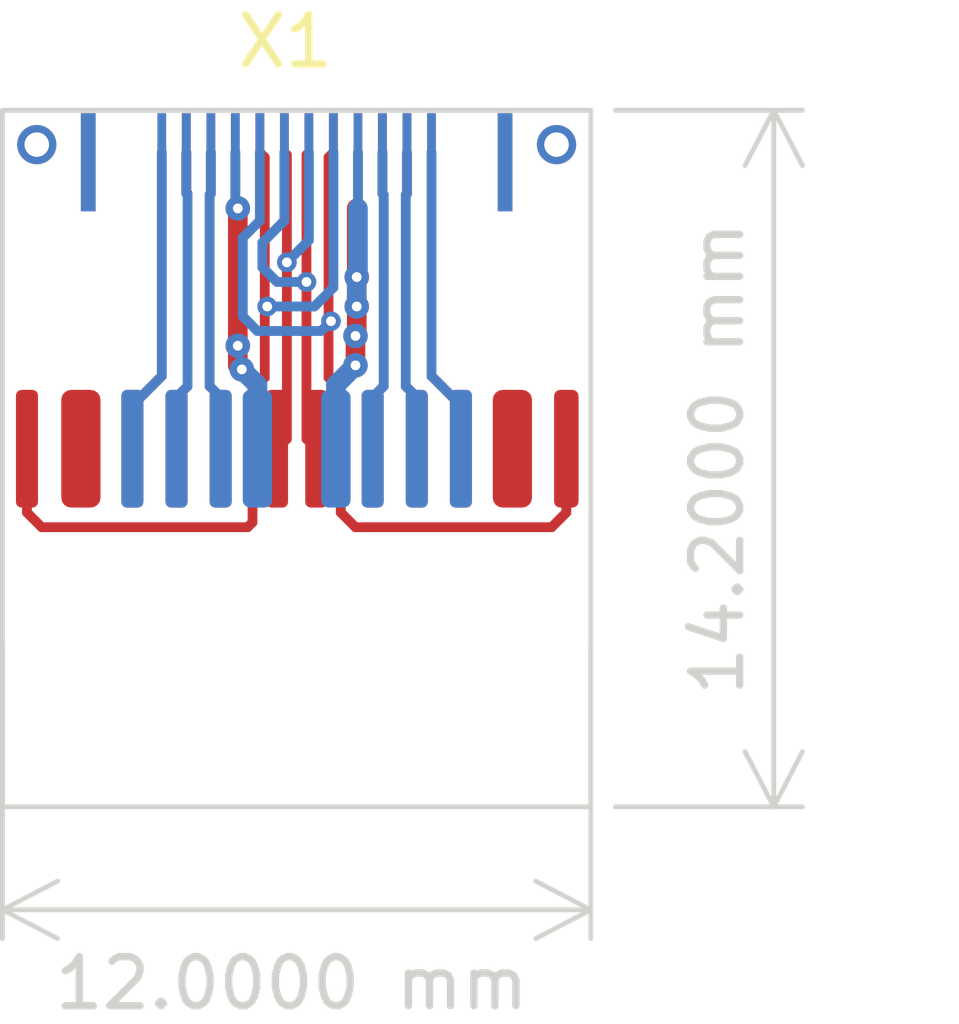
<source format=kicad_pcb>
(kicad_pcb (version 20211014) (generator pcbnew)
  (layers (0 "F.Cu" signal) (1 "In1.Cu" signal) (2 "In2.Cu" signal) (31 "B.Cu" signal) (34 "B.Paste" user) (35 "F.Paste" user) (36 "B.SilkS" user "B.Silkscreen") (37 "F.SilkS" user "F.Silkscreen") (38 "B.Mask" user) (39 "F.Mask" user) (44 "Edge.Cuts" user))
  (net 0 "")
  (net 1 "GND1")
  (net 2 "GND2")
  (net 3 "Earth")
  (net 4 "VBUS1")
  (net 5 "VBUS2")
  (net 6 "D-")
  (net 7 "D+")
  (net 8 "RX")
  (net 9 "RX1-")
  (net 10 "RX1+")
  (net 11 "TX1-")
  (net 12 "TX1+")
  (net 13 "RX2-")
  (net 14 "RX2+")
  (net 15 "TX2-")
  (net 16 "TX2+")
  (net 17 "TX")
  (footprint "Shield1:smdPin" (layer "F.Cu") (at 100.64625 26.87)
    (fp_text reference "J6" hide)
    (fp_text value "Conn_01x01_Male" hide)
    (pad "1" smd roundrect (at -0.24625 0.03 180) (size 0.45 2.4) (layers "F.Cu" "F.Paste" "F.Mask") (net 7 "D+"))
  )
  (footprint "" (layer "F.Cu") (at 95.6 26.9)
    (fp_text reference "" (at 0 0) (layer "F.SilkS") (effects (font (size 1.27 1.27))))
    (fp_text value "" (at 0 0) (layer "F.SilkS") (effects (font (size 1.27 1.27))))
    (pad "1" smd roundrect (at 0 0 180) (size 0.8 2.4) (layers "F.Cu" "F.Paste" "F.Mask") (net 1 "GND1"))
  )
  (footprint "Shield1:throughPin" (layer "F.Cu") (at 105.3 20.7)
    (fp_text reference "J17" hide)
    (fp_text value "Conn_01x01_Male" hide)
    (pad "1" thru_hole circle (at 0 0) (size 0.8 0.8) (drill 0.5) (layers *.Cu *.Mask) (net 3 "Earth"))
  )
  (footprint "" (layer "F.Cu") (at 100 31.3)
    (fp_text reference "" (at 0 0) (layer "F.SilkS") (effects (font (size 1.27 1.27))))
    (fp_text value "" (at 0 0) (layer "F.SilkS") (effects (font (size 1.27 1.27))))
    (pad "" np_thru_hole circle (at 0 0) (size 2 2) (drill 2) (layers *.Cu *.Mask))
  )
  (footprint "Shield1:smdPin" (layer "F.Cu") (at 99.5 26.87)
    (fp_text reference "J5" hide)
    (fp_text value "Conn_01x01_Male" hide)
    (pad "1" connect roundrect (at 0.1 0.03 180) (size 0.45 2.4) (layers "F.Cu" "F.Mask") (net 6 "D-"))
  )
  (footprint "Shield1:FPC_12" (layer "F.Cu") (at 100 20.86)
    (fp_text reference "X1" (at -0.23 -2.26) (layer "F.SilkS"))
    (fp_text value "USB_C_24pins" hide)
    (pad "0" smd rect (at -4.25 0.2) (size 0.3 2) (layers "B.Cu" "B.Paste" "B.Mask"))
    (pad "0" smd rect (at 4.25 0.2) (size 0.3 2) (layers "B.Cu" "B.Paste" "B.Mask") (net 3 "Earth"))
    (pad "0" smd rect (at 4.25 0.2) (size 0.3 2) (layers "F.Cu" "F.Paste" "F.Mask"))
    (pad "A1" smd rect (at -2.75 0) (size 0.18 1.6) (layers "B.Cu" "B.Paste" "B.Mask") (net 1 "GND1"))
    (pad "A2" smd rect (at -2.25 0) (size 0.18 1.6) (layers "B.Cu" "B.Paste" "B.Mask") (net 12 "TX1+"))
    (pad "A3" smd rect (at -1.75 0) (size 0.18 1.6) (layers "B.Cu" "B.Paste" "B.Mask") (net 11 "TX1-"))
    (pad "A4" smd rect (at -1.25 0) (size 0.18 1.6) (layers "B.Cu" "B.Paste" "B.Mask") (net 4 "VBUS1"))
    (pad "A5" smd rect (at -0.75 0) (size 0.18 1.6) (layers "B.Cu" "B.Paste" "B.Mask") (net 8 "RX"))
    (pad "A6" smd rect (at -0.25 0) (size 0.18 1.6) (layers "B.Cu" "B.Paste" "B.Mask") (net 7 "D+"))
    (pad "A7" smd rect (at 0.25 0) (size 0.18 1.6) (layers "B.Cu" "B.Paste" "B.Mask") (net 6 "D-"))
    (pad "A8" smd rect (at 0.75 0) (size 0.18 1.6) (layers "B.Cu" "B.Paste" "B.Mask") (net 17 "TX"))
    (pad "A9" smd rect (at 1.25 0) (size 0.18 1.6) (layers "B.Cu" "B.Paste" "B.Mask") (net 5 "VBUS2"))
    (pad "A10" smd rect (at 1.75 0) (size 0.18 1.6) (layers "B.Cu" "B.Paste" "B.Mask") (net 13 "RX2-"))
    (pad "A11" smd rect (at 2.25 0) (size 0.18 1.6) (layers "B.Cu" "B.Paste" "B.Mask") (net 14 "RX2+"))
    (pad "A12" smd rect (at 2.75 0) (size 0.18 1.6) (layers "B.Cu" "B.Paste" "B.Mask") (net 2 "GND2"))
    (pad "B1" smd rect (at 2.75 0) (size 0.18 1.6) (layers "F.Cu" "F.Paste" "F.Mask") (net 2 "GND2"))
    (pad "B2" smd rect (at 2.25 0) (size 0.18 1.6) (layers "F.Cu" "F.Paste" "F.Mask") (net 16 "TX2+"))
    (pad "B3" smd rect (at 1.75 0) (size 0.18 1.6) (layers "F.Cu" "F.Paste" "F.Mask") (net 15 "TX2-"))
    (pad "B4" smd rect (at 1.25 0) (size 0.18 1.6) (layers "F.Cu" "F.Paste" "F.Mask") (net 5 "VBUS2"))
    (pad "B5" smd rect (at 0.75 0) (size 0.18 1.6) (layers "F.Cu" "F.Paste" "F.Mask") (net 8 "RX"))
    (pad "B6" smd rect (at 0.25 0) (size 0.18 1.6) (layers "F.Cu" "F.Paste" "F.Mask") (net 7 "D+"))
    (pad "B7" smd rect (at -0.25 0) (size 0.18 1.6) (layers "F.Cu" "F.Paste" "F.Mask") (net 6 "D-"))
    (pad "B8" smd rect (at -0.75 0) (size 0.18 1.6) (layers "F.Cu" "F.Paste" "F.Mask") (net 17 "TX"))
    (pad "B9" smd rect (at -1.25 0) (size 0.18 1.6) (layers "F.Cu" "F.Paste" "F.Mask") (net 4 "VBUS1"))
    (pad "B10" smd rect (at -1.75 0) (size 0.18 1.6) (layers "F.Cu" "F.Paste" "F.Mask") (net 9 "RX1-"))
    (pad "B11" smd rect (at -2.25 0) (size 0.18 1.6) (layers "F.Cu" "F.Paste" "F.Mask") (net 10 "RX1+"))
    (pad "B12" smd rect (at -2.75 0) (size 0.18 1.6) (layers "F.Cu" "F.Paste" "F.Mask") (net 1 "GND1"))
    (pad "S1" smd rect (at -4.25 0.2) (size 0.3 2) (layers "F.Cu" "F.Paste" "F.Mask") (net 3 "Earth"))
  )
  (footprint "Shield1:smdPin" (layer "F.Cu") (at 95.15 26.9)
    (fp_text reference "J26" hide)
    (fp_text value "Conn_01x01_Male" hide)
    (pad "1" smd roundrect (at 1.5 0 180) (size 0.45 2.4) (layers "F.Cu" "F.Paste" "F.Mask") (net 1 "GND1"))
  )
  (footprint "Shield1:throughPin" (layer "F.Cu") (at 94.5 26.9)
    (fp_text reference "J15" hide)
    (fp_text value "Conn_01x01_Male" hide)
    (pad "1" smd roundrect (at 0 0) (size 0.45 2.4) (layers "F.Cu" "F.Paste" "F.Mask") (net 17 "TX"))
  )
  (footprint "Shield1:smdPin" (layer "F.Cu") (at 102.51 26.89)
    (fp_text reference "J13" hide)
    (fp_text value "Conn_01x01_Male" hide)
    (pad "1" smd roundrect (at -0.96 0.01 180) (size 0.45 2.4) (layers "F.Cu" "F.Paste" "F.Mask") (net 15 "TX2-"))
  )
  (footprint "" (layer "F.Cu") (at 95.4 23.8)
    (fp_text reference "" (at 0 0) (layer "F.SilkS") (effects (font (size 1.27 1.27))))
    (fp_text value "" (at 0 0) (layer "F.SilkS") (effects (font (size 1.27 1.27))))
    (pad "" np_thru_hole circle (at 0 0) (size 2 2) (drill 2) (layers *.Cu *.Mask))
  )
  (footprint "Shield1:smdPin" (layer "F.Cu") (at 96.12 26.66)
    (fp_text reference "J8" hide)
    (fp_text value "Conn_01x01_Male" hide)
    (pad "1" smd roundrect (at 1.43 0.24 180) (size 0.45 2.4) (layers "F.Cu" "F.Paste" "F.Mask") (net 10 "RX1+"))
  )
  (footprint "" (layer "F.Cu") (at 104.6 23.9)
    (fp_text reference "" (at 0 0) (layer "F.SilkS") (effects (font (size 1.27 1.27))))
    (fp_text value "" (at 0 0) (layer "F.SilkS") (effects (font (size 1.27 1.27))))
    (pad "" np_thru_hole circle (at 0 -0.1) (size 2 2) (drill 2) (layers F&B.Cu *.Mask))
  )
  (footprint "Shield1:smdPin" (layer "F.Cu") (at 103.01 26.91)
    (fp_text reference "J14" hide)
    (fp_text value "Conn_01x01_Male" hide)
    (pad "1" smd roundrect (at -0.56 -0.01 180) (size 0.45 2.4) (layers "F.Cu" "F.Paste" "F.Mask") (net 16 "TX2+"))
  )
  (footprint "Shield1:smdPin" (layer "F.Cu") (at 103.7 26.89)
    (fp_text reference "J28" hide)
    (fp_text value "Conn_01x01_Male" hide)
    (pad "1" smd roundrect (at -0.35 0.01 180) (size 0.45 2.4) (layers "F.Cu" "F.Paste" "F.Mask") (net 2 "GND2"))
  )
  (footprint "" (layer "F.Cu") (at 104.4 26.9)
    (fp_text reference "" (at 0 0) (layer "F.SilkS") (effects (font (size 1.27 1.27))))
    (fp_text value "" (at 0 0) (layer "F.SilkS") (effects (font (size 1.27 1.27))))
    (pad "1" smd roundrect (at 0 0 180) (size 0.8 2.4) (layers "F.Cu" "F.Paste" "F.Mask") (net 2 "GND2"))
  )
  (footprint "Shield1:throughPin" (layer "F.Cu") (at 105.5 26.9)
    (fp_text reference "J3" hide)
    (fp_text value "Conn_01x01_Male" hide)
    (pad "1" smd roundrect (at 0 0) (size 0.5 2.4) (layers "F.Cu" "F.Paste" "F.Mask") (net 8 "RX"))
  )
  (footprint "Shield1:throughPin" (layer "F.Cu") (at 94.7 20.7)
    (fp_text reference "J25" hide)
    (fp_text value "Conn_01x01_Male" hide)
    (pad "1" thru_hole circle (at 0 0) (size 0.8 0.8) (drill 0.5) (layers *.Cu *.Mask) (net 3 "Earth"))
  )
  (footprint "Shield1:smdPin" (layer "F.Cu") (at 98.63 26.67)
    (fp_text reference "J7" hide)
    (fp_text value "Conn_01x01_Male" hide)
    (pad "1" smd roundrect (at -0.18 0.23 180) (size 0.45 2.4) (layers "F.Cu" "F.Paste" "F.Mask") (net 9 "RX1-"))
  )
  (footprint "Shield1:smdPin" (layer "B.Cu") (at 101.725 26.87 180)
    (fp_text reference "J2" hide)
    (fp_text value "Conn_01x01_Male" hide)
    (pad "1" smd roundrect (at 0.925 -0.03) (size 0.6 2.4) (layers "B.Cu" "B.Paste" "B.Mask") (net 5 "VBUS2"))
  )
  (footprint "Shield1:smdPin" (layer "B.Cu") (at 97.11 26.67 180)
    (fp_text reference "J9" hide)
    (fp_text value "Conn_01x01_Male" hide)
    (pad "1" smd roundrect (at -1.34 -0.23) (size 0.45 2.4) (layers "B.Cu" "B.Paste" "B.Mask") (net 11 "TX1-"))
  )
  (footprint "Shield1:smdPin" (layer "B.Cu") (at 96.8 26.9 180)
    (fp_text reference "J27" hide)
    (fp_text value "Conn_01x01_Male" hide)
    (pad "1" smd roundrect (at 0.15 0) (size 0.45 2.4) (layers "B.Cu" "B.Paste" "B.Mask") (net 1 "GND1"))
  )
  (footprint "Shield1:smdPin" (layer "B.Cu") (at 98.28 26.83 180)
    (fp_text reference "J1" hide)
    (fp_text value "Conn_01x01_Male" hide)
    (pad "1" smd roundrect (at -0.92 -0.07) (size 0.6 2.4) (layers "B.Cu" "B.Paste" "B.Mask") (net 4 "VBUS1"))
  )
  (footprint "Shield1:smdPin" (layer "B.Cu") (at 97.7 26.67 180)
    (fp_text reference "J10" hide)
    (fp_text value "Conn_01x01_Male" hide)
    (pad "1" smd roundrect (at 0.15 -0.23) (size 0.45 2.4) (layers "B.Cu" "B.Paste" "B.Mask") (net 12 "TX1+"))
  )
  (footprint "Shield1:smdPin" (layer "B.Cu") (at 102.51 26.9 180)
    (fp_text reference "J11" hide)
    (fp_text value "Conn_01x01_Male" hide)
    (pad "1" smd roundrect (at 0.96 0) (size 0.45 2.4) (layers "B.Cu" "B.Paste" "B.Mask") (net 13 "RX2-"))
  )
  (footprint "Shield1:smdPin" (layer "B.Cu") (at 103.69 26.9 180)
    (fp_text reference "J29" hide)
    (fp_text value "Conn_01x01_Male" hide)
    (pad "1" smd roundrect (at 0.34 0) (size 0.45 2.4) (layers "B.Cu" "B.Paste" "B.Mask") (net 2 "GND2"))
  )
  (footprint "Shield1:smdPin" (layer "B.Cu") (at 102.2475 26.9 180)
    (fp_text reference "J12" hide)
    (fp_text value "Conn_01x01_Male" hide)
    (pad "1" smd roundrect (at -0.2025 0) (size 0.45 2.4) (layers "B.Cu" "B.Paste" "B.Mask") (net 14 "RX2+"))
  )
  (gr_poly (pts (xy 106 28.2) (xy 106 34.2) (xy 94 34.2) (xy 94 28.2) (xy 94 20) (xy 106 20)) (layer "Edge.Cuts") (width 0.1) (fill none))
  (dimension (type aligned) (layer "Edge.Cuts") (pts (xy 106 20) (xy 106 34.2)) (height -3.73) (gr_text "14,2000 мм" (at 108.58 27.1 90) (layer "Edge.Cuts") (effects (font (size 1 1) (thickness 0.15)))) (format (units 3) (units_format 1) (precision 4)) (style (thickness 0.1) (arrow_length 1.27) (text_position_mode 0) (extension_height 0.58642) (extension_offset 0.5) keep_text_aligned))
  (dimension (type aligned) (layer "Edge.Cuts") (pts (xy 94 30.35) (xy 106 30.35)) (height 5.95) (gr_text "12,0000 мм" (at 99.9 37.8) (layer "Edge.Cuts") (effects (font (size 1 1) (thickness 0.15)))) (format (units 3) (units_format 1) (precision 4)) (style (thickness 0.1) (arrow_length 1.27) (text_position_mode 2) (extension_height 0.58642) (extension_offset 0.5) keep_text_aligned))
  (segment (start 97.25 20.86) (end 97.25 25.417316) (width 0.2) (layer "F.Cu") (net 1))
  (segment (start 97.25 25.417316) (end 96.65 26.017316) (width 0.2) (layer "F.Cu") (net 1))
  (segment (start 96.65 26.017316) (end 96.65 26.9) (width 0.2) (layer "F.Cu") (net 1))
  (segment (start 96.65 26.017316) (end 96.65 26.9) (width 0.2) (layer "B.Cu") (net 1))
  (segment (start 97.25 25.417316) (end 96.65 26.017316) (width 0.2) (layer "B.Cu") (net 1))
  (segment (start 97.25 20.86) (end 97.25 25.417316) (width 0.2) (layer "B.Cu") (net 1))
  (segment (start 102.75 25.417316) (end 103.35 26.017316) (width 0.2) (layer "F.Cu") (net 2))
  (segment (start 103.35 26.017316) (end 103.35 26.9) (width 0.2) (layer "F.Cu") (net 2))
  (segment (start 102.75 20.86) (end 102.75 25.417316) (width 0.2) (layer "F.Cu") (net 2))
  (segment (start 102.75 25.417316) (end 103.35 26.017316) (width 0.2) (layer "B.Cu") (net 2))
  (segment (start 102.75 20.86) (end 102.75 25.417316) (width 0.2) (layer "B.Cu") (net 2))
  (segment (start 103.35 26.017316) (end 103.35 26.9) (width 0.2) (layer "B.Cu") (net 2))
  (segment (start 98.8 24.8) (end 98.8 25.2) (width 0.4) (layer "F.Cu") (net 4))
  (segment (start 98.75 20.86) (end 98.75 22) (width 0.2) (layer "F.Cu") (net 4))
  (segment (start 98.8 25.2) (end 98.882155 25.282155) (width 0.4) (layer "F.Cu") (net 4))
  (segment (start 98.8 24.8) (end 98.8 22) (width 0.4) (layer "F.Cu") (net 4))
  (via (at 98.8 22) (size 0.5) (drill 0.2) (layers "F.Cu" "B.Cu") (net 4))
  (via (at 98.8 24.8) (size 0.5) (drill 0.2) (layers "F.Cu" "B.Cu") (net 4))
  (via (at 98.882155 25.282155) (size 0.5) (drill 0.2) (layers "F.Cu" "B.Cu") (net 4))
  (segment (start 98.8 22) (end 98.75 22) (width 0.4) (layer "B.Cu") (net 4))
  (segment (start 98.75 20.86) (end 98.75 22) (width 0.2) (layer "B.Cu") (net 4))
  (segment (start 99.2 25.7) (end 99.2 26.9) (width 0.2) (layer "B.Cu") (net 4))
  (segment (start 98.882155 25.282155) (end 99.2 25.6) (width 0.4) (layer "B.Cu") (net 4))
  (segment (start 99.2 25.6) (end 99.2 25.7) (width 0.4) (layer "B.Cu") (net 4))
  (segment (start 101.2 24.6) (end 101.2 25.2) (width 0.4) (layer "F.Cu") (net 5))
  (segment (start 101.225499 24.574501) (end 101.2 24.6) (width 0.4) (layer "F.Cu") (net 5))
  (segment (start 101.25 21.975499) (end 101.225499 22) (width 0.2) (layer "F.Cu") (net 5))
  (segment (start 101.225499 24) (end 101.225499 24.574501) (width 0.4) (layer "F.Cu") (net 5))
  (segment (start 101.225499 23.4) (end 101.225499 22) (width 0.4) (layer "F.Cu") (net 5))
  (segment (start 101.25 20.86) (end 101.25 21.975499) (width 0.2) (layer "F.Cu") (net 5))
  (segment (start 101.225499 24) (end 101.225499 23.4) (width 0.4) (layer "F.Cu") (net 5))
  (via (at 101.2 25.2) (size 0.5) (drill 0.2) (layers "F.Cu" "B.Cu") (net 5))
  (via (at 101.2 24.6) (size 0.5) (drill 0.2) (layers "F.Cu" "B.Cu") (net 5))
  (via (at 101.225499 24) (size 0.5) (drill 0.2) (layers "F.Cu" "B.Cu") (net 5))
  (via (at 101.225499 23.4) (size 0.5) (drill 0.2) (layers "F.Cu" "B.Cu") (net 5))
  (segment (start 101.2 25.2) (end 100.8 25.6) (width 0.4) (layer "B.Cu") (net 5))
  (segment (start 101.225499 23.425499) (end 101.25 23.45) (width 0.2) (layer "B.Cu") (net 5))
  (segment (start 101.225499 24) (end 101.225499 23.4) (width 0.4) (layer "B.Cu") (net 5))
  (segment (start 101.25 23.45) (end 101.25 22) (width 0.4) (layer "B.Cu") (net 5))
  (segment (start 100.8 25.6) (end 100.8 25.7) (width 0.4) (layer "B.Cu") (net 5))
  (segment (start 100.8 25.7) (end 100.8 26.9) (width 0.2) (layer "B.Cu") (net 5))
  (segment (start 101.25 20.86) (end 101.25 22) (width 0.2) (layer "B.Cu") (net 5))
  (segment (start 101.225499 23.4) (end 101.225499 23.425499) (width 0.2) (layer "B.Cu") (net 5))
  (segment (start 99.80048 26.69952) (end 99.6 26.9) (width 0.2) (layer "F.Cu") (net 6))
  (segment (start 99.75 20.86) (end 99.80048 20.91048) (width 0.2) (layer "F.Cu") (net 6))
  (segment (start 99.80048 20.91048) (end 99.80048 26.69952) (width 0.2) (layer "F.Cu") (net 6))
  (via (at 99.8 23.1) (size 0.4) (drill 0.2) (layers "F.Cu" "B.Cu") (net 6))
  (segment (start 99.8 23.1) (end 100.25 22.65) (width 0.2) (layer "B.Cu") (net 6))
  (segment (start 100.25 22.65) (end 100.25 20.86) (width 0.2) (layer "B.Cu") (net 6))
  (segment (start 100.2 20.91) (end 100.2 26.7) (width 0.2) (layer "F.Cu") (net 7))
  (segment (start 100.2 26.7) (end 100.4 26.9) (width 0.2) (layer "F.Cu") (net 7))
  (segment (start 100.25 20.86) (end 100.2 20.91) (width 0.2) (layer "F.Cu") (net 7))
  (via (at 100.2 23.5) (size 0.4) (drill 0.2) (layers "F.Cu" "B.Cu") (net 7))
  (segment (start 99.75 22.25) (end 99.75 20.86) (width 0.2) (layer "B.Cu") (net 7))
  (segment (start 99.3 22.7) (end 99.75 22.25) (width 0.2) (layer "B.Cu") (net 7))
  (segment (start 99.3 23.2) (end 99.3 22.7) (width 0.2) (layer "B.Cu") (net 7))
  (segment (start 99.6 23.5) (end 99.3 23.2) (width 0.2) (layer "B.Cu") (net 7))
  (segment (start 100.2 23.5) (end 99.6 23.5) (width 0.2) (layer "B.Cu") (net 7))
  (segment (start 100.650489 25.450489) (end 100.9 25.7) (width 0.2) (layer "F.Cu") (net 8))
  (segment (start 100.75 20.86) (end 100.650489 20.959511) (width 0.2) (layer "F.Cu") (net 8))
  (segment (start 100.9 25.7) (end 100.9 28.2) (width 0.2) (layer "F.Cu") (net 8))
  (segment (start 105.5 28.2) (end 105.5 26.9) (width 0.2) (layer "F.Cu") (net 8))
  (segment (start 101.2 28.5) (end 105.2 28.5) (width 0.2) (layer "F.Cu") (net 8))
  (segment (start 100.650489 20.959511) (end 100.650489 25.450489) (width 0.2) (layer "F.Cu") (net 8))
  (segment (start 105.2 28.5) (end 105.5 28.2) (width 0.2) (layer "F.Cu") (net 8))
  (segment (start 100.9 28.2) (end 101.2 28.5) (width 0.2) (layer "F.Cu") (net 8))
  (via (at 100.7 24.3) (size 0.4) (drill 0.2) (layers "F.Cu" "B.Cu") (net 8))
  (segment (start 99.2 24.5) (end 100.5 24.5) (width 0.2) (layer "B.Cu") (net 8))
  (segment (start 99.25 22.25) (end 98.9 22.6) (width 0.2) (layer "B.Cu") (net 8))
  (segment (start 99.25 20.86) (end 99.25 22.25) (width 0.2) (layer "B.Cu") (net 8))
  (segment (start 100.5 24.5) (end 100.7 24.3) (width 0.2) (layer "B.Cu") (net 8))
  (segment (start 98.9 22.6) (end 98.9 24.2) (width 0.2) (layer "B.Cu") (net 8))
  (segment (start 98.9 24.2) (end 99.2 24.5) (width 0.2) (layer "B.Cu") (net 8))
  (segment (start 98.25 20.86) (end 98.25 21.7) (width 0.2) (layer "F.Cu") (net 9))
  (segment (start 98.45 25.85) (end 98.45 26.9) (width 0.2) (layer "F.Cu") (net 9))
  (segment (start 98.25 21.7) (end 98.225 21.725) (width 0.2) (layer "F.Cu") (net 9))
  (segment (start 98.225 21.725) (end 98.225 25.625) (width 0.2) (layer "F.Cu") (net 9))
  (segment (start 98.225 25.625) (end 98.45 25.85) (width 0.2) (layer "F.Cu") (net 9))
  (segment (start 97.75 21.675) (end 97.775 21.7) (width 0.2) (layer "F.Cu") (net 10))
  (segment (start 97.775 25.625) (end 97.55 25.85) (width 0.2) (layer "F.Cu") (net 10))
  (segment (start 97.775 21.7) (end 97.775 25.625) (width 0.2) (layer "F.Cu") (net 10))
  (segment (start 97.55 25.85) (end 97.55 26.9) (width 0.2) (layer "F.Cu") (net 10))
  (segment (start 97.75 20.86) (end 97.75 21.675) (width 0.2) (layer "F.Cu") (net 10))
  (segment (start 98.25 20.86) (end 98.25 21.7) (width 0.2) (layer "B.Cu") (net 11))
  (segment (start 98.225 21.725) (end 98.225 25.625) (width 0.2) (layer "B.Cu") (net 11))
  (segment (start 98.25 21.7) (end 98.225 21.725) (width 0.2) (layer "B.Cu") (net 11))
  (segment (start 98.225 25.625) (end 98.45 25.85) (width 0.2) (layer "B.Cu") (net 11))
  (segment (start 98.45 25.85) (end 98.45 26.9) (width 0.2) (layer "B.Cu") (net 11))
  (segment (start 97.775 25.625) (end 97.55 25.85) (width 0.2) (layer "B.Cu") (net 12))
  (segment (start 97.75 21.7) (end 97.775 21.725) (width 0.2) (layer "B.Cu") (net 12))
  (segment (start 97.775 21.725) (end 97.775 25.625) (width 0.2) (layer "B.Cu") (net 12))
  (segment (start 97.55 25.85) (end 97.55 26.9) (width 0.2) (layer "B.Cu") (net 12))
  (segment (start 97.75 20.86) (end 97.75 21.7) (width 0.2) (layer "B.Cu") (net 12))
  (segment (start 101.774999 25.625001) (end 101.55 25.85) (width 0.2) (layer "B.Cu") (net 13))
  (segment (start 101.75 21.7) (end 101.774999 21.724999) (width 0.2) (layer "B.Cu") (net 13))
  (segment (start 101.774999 21.724999) (end 101.774999 25.625001) (width 0.2) (layer "B.Cu") (net 13))
  (segment (start 101.75 20.86) (end 101.75 21.7) (width 0.2) (layer "B.Cu") (net 13))
  (segment (start 101.55 25.85) (end 101.55 26.9) (width 0.2) (layer "B.Cu") (net 13))
  (segment (start 102.45 25.85) (end 102.45 26.9) (width 0.2) (layer "B.Cu") (net 14))
  (segment (start 102.225001 21.724999) (end 102.225001 25.625001) (width 0.2) (layer "B.Cu") (net 14))
  (segment (start 102.25 21.7) (end 102.225001 21.724999) (width 0.2) (layer "B.Cu") (net 14))
  (segment (start 102.225001 25.625001) (end 102.45 25.85) (width 0.2) (layer "B.Cu") (net 14))
  (segment (start 102.25 20.86) (end 102.25 21.7) (width 0.2) (layer "B.Cu") (net 14))
  (segment (start 101.75 21.7) (end 101.774999 21.724999) (width 0.2) (layer "F.Cu") (net 15))
  (segment (start 101.75 20.86) (end 101.75 21.7) (width 0.2) (layer "F.Cu") (net 15))
  (segment (start 101.774999 25.625001) (end 101.55 25.85) (width 0.2) (layer "F.Cu") (net 15))
  (segment (start 101.774999 21.724999) (end 101.774999 25.625001) (width 0.2) (layer "F.Cu") (net 15))
  (segment (start 101.55 25.85) (end 101.55 26.9) (width 0.2) (layer "F.Cu") (net 15))
  (segment (start 102.25 20.86) (end 102.25 21.7) (width 0.2) (layer "F.Cu") (net 16))
  (segment (start 102.225001 21.724999) (end 102.225001 25.625001) (width 0.2) (layer "F.Cu") (net 16))
  (segment (start 102.225001 25.625001) (end 102.45 25.85) (width 0.2) (layer "F.Cu") (net 16))
  (segment (start 102.45 25.85) (end 102.45 26.9) (width 0.2) (layer "F.Cu") (net 16))
  (segment (start 102.25 21.7) (end 102.225001 21.724999) (width 0.2) (layer "F.Cu") (net 16))
  (segment (start 94.8 28.5) (end 94.5 28.2) (width 0.2) (layer "F.Cu") (net 17))
  (segment (start 99 28.5) (end 94.8 28.5) (width 0.2) (layer "F.Cu") (net 17))
  (segment (start 99.25 20.86) (end 99.349511 20.959511) (width 0.2) (layer "F.Cu") (net 17))
  (segment (start 94.5 28.2) (end 94.5 26.9) (width 0.2) (layer "F.Cu") (net 17))
  (segment (start 99.349511 20.959511) (end 99.349511 25.450489) (width 0.2) (layer "F.Cu") (net 17))
  (segment (start 99.349511 25.450489) (end 99.1 25.7) (width 0.2) (layer "F.Cu") (net 17))
  (segment (start 99.1 25.7) (end 99.1 28.4) (width 0.2) (layer "F.Cu") (net 17))
  (segment (start 99.1 28.4) (end 99 28.5) (width 0.2) (layer "F.Cu") (net 17))
  (via (at 99.4 24) (size 0.4) (drill 0.2) (layers "F.Cu" "B.Cu") (net 17))
  (segment (start 100.75 23.612183) (end 100.75 20.86) (width 0.2) (layer "B.Cu") (net 17))
  (segment (start 100.362183 24) (end 100.75 23.612183) (width 0.2) (layer "B.Cu") (net 17))
  (segment (start 99.4 24) (end 100.362183 24) (width 0.2) (layer "B.Cu") (net 17))
)
</source>
